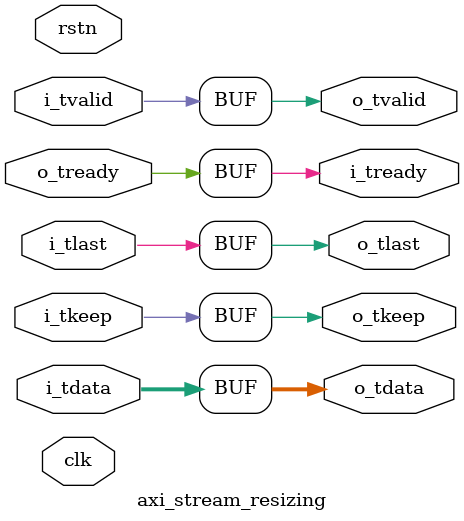
<source format=v>



module axi_stream_resizing #(
    parameter IEW = 0,                       // input width,  0=1Byte, 1=2Byte, 2=4Byte, 3=8Bytes, 4=16Bytes, ...
    parameter OEW = 0                        // output width, 0=1Byte, 1=2Byte, 2=4Byte, 3=8Bytes, 4=16Bytes, ...
) (
    input  wire                rstn,
    input  wire                clk,
    // AXI-stream slave
    output wire                i_tready,
    input  wire                i_tvalid,
    input  wire [(8<<IEW)-1:0] i_tdata,
    input  wire [(1<<IEW)-1:0] i_tkeep,
    input  wire                i_tlast,
    // AXI-stream master
    input  wire                o_tready,
    output wire                o_tvalid,
    output wire [(8<<OEW)-1:0] o_tdata,
    output wire [(1<<OEW)-1:0] o_tkeep,
    output wire                o_tlast
);


generate if (IEW < OEW) begin
    
    axi_stream_upsizing #(
        .IEW             ( IEW                ),
        .OEW             ( OEW                )
    ) u_axi_stream_upsizing (
        .rstn            ( rstn               ),
        .clk             ( clk                ),
        .i_tready        ( i_tready           ),
        .i_tvalid        ( i_tvalid           ),
        .i_tdata         ( i_tdata            ),
        .i_tkeep         ( i_tkeep            ),
        .i_tlast         ( i_tlast            ),
        .o_tready        ( o_tready           ),
        .o_tvalid        ( o_tvalid           ),
        .o_tdata         ( o_tdata            ),
        .o_tkeep         ( o_tkeep            ),
        .o_tlast         ( o_tlast            )
    );
    
end else if (IEW > OEW) begin

    axi_stream_downsizing #(
        .IEW             ( IEW                ),
        .OEW             ( OEW                )
    ) u_axi_stream_downsizing (
        .rstn            ( rstn               ),
        .clk             ( clk                ),
        .i_tready        ( i_tready           ),
        .i_tvalid        ( i_tvalid           ),
        .i_tdata         ( i_tdata            ),
        .i_tkeep         ( i_tkeep            ),
        .i_tlast         ( i_tlast            ),
        .o_tready        ( o_tready           ),
        .o_tvalid        ( o_tvalid           ),
        .o_tdata         ( o_tdata            ),
        .o_tkeep         ( o_tkeep            ),
        .o_tlast         ( o_tlast            )
    );

end else begin // (IEW==OEW)
    
    assign i_tready = o_tready;
    assign o_tvalid = i_tvalid;
    assign o_tdata  = i_tdata;
    assign o_tkeep  = i_tkeep;
    assign o_tlast  = i_tlast;
    
end endgenerate


endmodule

</source>
